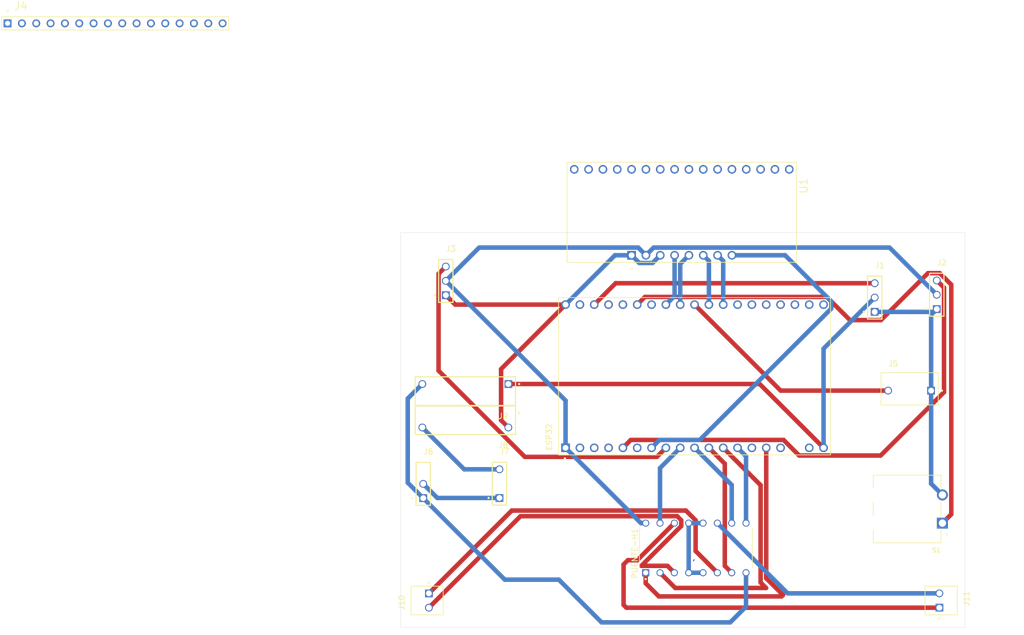
<source format=kicad_pcb>
(kicad_pcb (version 20240108) (generator "pcbnew") (generator_version "8.0")
  (layers (0 "F.Cu" signal) (31 "B.Cu" signal) (34 "B.Paste" user) (35 "F.Paste" user) (36 "B.SilkS" user "B.Silkscreen") (37 "F.SilkS" user "F.Silkscreen") (38 "B.Mask" user) (39 "F.Mask" user) (44 "Edge.Cuts" user))
  (net 0 "")
  (net 1 "GND")
  (net 2 "INA-1")
  (net 3 "3.3V")
  (net 4 "INB-1")
  (net 5 "INA-2")
  (net 6 "INB-2")
  (net 7 "M1-")
  (net 8 "M2-")
  (net 9 "M2+")
  (net 10 "M1+")
  (net 13 "PWM-A")
  (net 21 "S_ESC")
  (net 27 "PWM-B")
  (net 30 "QTRD")
  (net 32 "QTRI")
  (net 34 "5V")
  (net 35 "S3")
  (net 36 "S1")
  (net 37 "MUX-A")
  (net 38 "S2")
  (net 39 "S0")
  (net 40 "A2")
  (net 41 "A15")
  (net 42 "A3")
  (net 43 "A6")
  (net 44 "A11")
  (net 45 "A12")
  (net 46 "A13")
  (net 47 "A10")
  (net 48 "A0")
  (net 49 "A14")
  (net 50 "A9")
  (net 51 "A4")
  (net 52 "A1")
  (net 53 "A8")
  (net 54 "A7")
  (net 55 "A5")
  (net 56 "BUZZER")
  (net 57 "7.4V_BATERIA")
  (net 58 "GND_BATERIA")
  (net 59 "BOTON")
  (footprint "PINES MACHO 1X4:TE_640456-4" (layer "F.Cu") (at 165 67.5)
    (property "Reference" "J5" (at -6.715 -4.815 0) (layer "F.SilkS"))
    (property "Value" "BUZZER")
    (fp_line (start -8.89 2.54) (end -8.89 -3.18) (stroke (width 0.127)) (layer "F.SilkS"))
    (fp_line (start 1.27 -3.18) (end -8.89 -3.18) (stroke (width 0.127)) (layer "F.SilkS"))
    (fp_line (start 1.27 -3.18) (end 1.27 2.54) (stroke (width 0.127)) (layer "F.SilkS"))
    (fp_line (start 1.27 2.54) (end -8.89 2.54) (stroke (width 0.127)) (layer "F.SilkS"))
    (fp_circle (center 1.92 0) (end 2.02 0) (stroke (width 0.2)) (fill none) (layer "F.SilkS"))
    (pad "1" thru_hole rect (at 0 0) (size 1.37 1.37) (drill 1.02) (layers "*.Cu" "*.Mask") (net 1 "GND"))
    (pad "4" thru_hole circle (at -7.62 0) (size 1.37 1.37) (drill 1.02) (layers "*.Cu" "*.Mask") (net 56 "BUZZER"))
  )
  (footprint "puenteh:DIP880W50P254L2000H510Q16" (layer "F.Cu") (at 123.31 95.4 90)
    (property "Reference" "PUENTE-H1" (at -1 -10.812 90) (layer "F.SilkS"))
    (property "Value" "L293D")
    (fp_line (start -3.55 -10) (end 3.55 -10) (stroke (width 0.127)) (layer "F.SilkS"))
    (fp_line (start -3.55 10) (end 3.55 10) (stroke (width 0.127)) (layer "F.SilkS"))
    (fp_circle (center -5.525 -8.89) (end -5.425 -8.89) (stroke (width 0.2)) (fill none) (layer "F.SilkS"))
    (pad "1" thru_hole rect (at -4.4 -8.89 90) (size 1.25 1.25) (drill 0.9) (layers "*.Cu" "*.Mask") (net 13 "PWM-A"))
    (pad "2" thru_hole circle (at -4.4 -6.35 90) (size 1.25 1.25) (drill 0.9) (layers "*.Cu" "*.Mask") (net 2 "INA-1"))
    (pad "3" thru_hole circle (at -4.4 -3.81 90) (size 1.25 1.25) (drill 0.9) (layers "*.Cu" "*.Mask") (net 10 "M1+"))
    (pad "4" thru_hole circle (at -4.4 -1.27 90) (size 1.25 1.25) (drill 0.9) (layers "*.Cu" "*.Mask") (net 1 "GND"))
    (pad "5" thru_hole circle (at -4.4 1.27 90) (size 1.25 1.25) (drill 0.9) (layers "*.Cu" "*.Mask") (net 1 "GND"))
    (pad "6" thru_hole circle (at -4.4 3.81 90) (size 1.25 1.25) (drill 0.9) (layers "*.Cu" "*.Mask") (net 7 "M1-"))
    (pad "7" thru_hole circle (at -4.4 6.35 90) (size 1.25 1.25) (drill 0.9) (layers "*.Cu" "*.Mask") (net 5 "INA-2"))
    (pad "8" thru_hole circle (at -4.4 8.89 90) (size 1.25 1.25) (drill 0.9) (layers "*.Cu" "*.Mask") (net 57 "7.4V_BATERIA"))
    (pad "9" thru_hole circle (at 4.4 8.89 90) (size 1.25 1.25) (drill 0.9) (layers "*.Cu" "*.Mask") (net 27 "PWM-B"))
    (pad "10" thru_hole circle (at 4.4 6.35 90) (size 1.25 1.25) (drill 0.9) (layers "*.Cu" "*.Mask") (net 4 "INB-1"))
    (pad "11" thru_hole circle (at 4.4 3.81 90) (size 1.25 1.25) (drill 0.9) (layers "*.Cu" "*.Mask") (net 9 "M2+"))
    (pad "12" thru_hole circle (at 4.4 1.27 90) (size 1.25 1.25) (drill 0.9) (layers "*.Cu" "*.Mask") (net 1 "GND"))
    (pad "13" thru_hole circle (at 4.4 -1.27 90) (size 1.25 1.25) (drill 0.9) (layers "*.Cu" "*.Mask") (net 1 "GND"))
    (pad "14" thru_hole circle (at 4.4 -3.81 90) (size 1.25 1.25) (drill 0.9) (layers "*.Cu" "*.Mask") (net 8 "M2-"))
    (pad "15" thru_hole circle (at 4.4 -6.35 90) (size 1.25 1.25) (drill 0.9) (layers "*.Cu" "*.Mask") (net 6 "INB-2"))
    (pad "16" thru_hole circle (at 4.4 -8.89 90) (size 1.25 1.25) (drill 0.9) (layers "*.Cu" "*.Mask") (net 3 "3.3V"))
  )
  (footprint "PINES MACHO 1X2:TE_640456-2" (layer "F.Cu") (at 76 103.46 90)
    (property "Reference" "J10" (at -1.635 -4.815 90) (layer "F.SilkS"))
    (property "Value" "Motor1")
    (fp_line (start 1.27 -3.18) (end -3.81 -3.18) (stroke (width 0.127)) (layer "F.SilkS"))
    (fp_line (start 1.27 -3.18) (end 1.27 2.54) (stroke (width 0.127)) (layer "F.SilkS"))
    (fp_line (start 1.27 2.54) (end -3.81 2.54) (stroke (width 0.127)) (layer "F.SilkS"))
    (fp_line (start -3.81 2.54) (end -3.81 -3.18) (stroke (width 0.127)) (layer "F.SilkS"))
    (fp_circle (center 1.92 0) (end 2.02 0) (stroke (width 0.2)) (fill none) (layer "F.SilkS"))
    (pad "1" thru_hole rect (at 0 0 90) (size 1.37 1.37) (drill 1.02) (layers "*.Cu" "*.Mask") (net 7 "M1-"))
    (pad "2" thru_hole circle (at -2.54 0 90) (size 1.37 1.37) (drill 1.02) (layers "*.Cu" "*.Mask") (net 10 "M1+"))
  )
  (footprint "Pines macho 1x3:SAMTEC_TSW-101-07-T-T" (layer "F.Cu") (at 155 51)
    (property "Reference" "J1" (at 0.905 -5.695 0) (layer "F.SilkS"))
    (property "Value" "ESC")
    (fp_line (start -1.27 3.81) (end -1.27 -3.81) (stroke (width 0.2)) (layer "F.SilkS"))
    (fp_line (start 1.27 -3.81) (end -1.27 -3.81) (stroke (width 0.2)) (layer "F.SilkS"))
    (fp_line (start 1.27 -3.81) (end 1.27 3.81) (stroke (width 0.2)) (layer "F.SilkS"))
    (fp_line (start 1.27 3.81) (end -1.27 3.81) (stroke (width 0.2)) (layer "F.SilkS"))
    (fp_circle (center -1.92 2.54) (end -1.82 2.54) (stroke (width 0.2)) (fill none) (layer "F.SilkS"))
    (pad "01" thru_hole rect (at 0 2.54) (size 1.37 1.37) (drill 1.02) (layers "*.Cu" "*.Mask") (net 1 "GND"))
    (pad "02" thru_hole circle (at 0 0) (size 1.37 1.37) (drill 1.02) (layers "*.Cu" "*.Mask") (net 34 "5V"))
    (pad "03" thru_hole circle (at 0 -2.54) (size 1.37 1.37) (drill 1.02) (layers "*.Cu" "*.Mask") (net 21 "S_ESC"))
  )
  (footprint "MUX:MODULE_BOB-09056" (layer "F.Cu") (at 120.81 35.88 -90)
    (property "Reference" "U1" (at -4.695 -21.589 90) (layer "F.SilkS") (effects (font (size 1.4 1.4))))
    (property "Value" "MUX 16X1")
    (fp_line (start -8.89 20.32) (end 8.89 20.32) (stroke (width 0.127)) (layer "F.SilkS"))
    (fp_line (start 8.89 20.32) (end 8.89 -20.32) (stroke (width 0.127)) (layer "F.SilkS"))
    (fp_line (start -8.89 -20.32) (end -8.89 20.32) (stroke (width 0.127)) (layer "F.SilkS"))
    (fp_line (start 8.89 -20.32) (end -8.89 -20.32) (stroke (width 0.127)) (layer "F.SilkS"))
    (fp_circle (center 10 8.89) (end 10.1 8.89) (stroke (width 0.2)) (fill none) (layer "F.SilkS"))
    (pad "JP1-1" thru_hole circle (at -7.62 19.05 270) (size 1.53 1.53) (drill 1.02) (layers "*.Cu" "*.Mask") (net 48 "A0"))
    (pad "JP1-2" thru_hole circle (at -7.62 16.51 270) (size 1.53 1.53) (drill 1.02) (layers "*.Cu" "*.Mask") (net 52 "A1"))
    (pad "JP1-3" thru_hole circle (at -7.62 13.97 270) (size 1.53 1.53) (drill 1.02) (layers "*.Cu" "*.Mask") (net 40 "A2"))
    (pad "JP1-4" thru_hole circle (at -7.62 11.43 270) (size 1.53 1.53) (drill 1.02) (layers "*.Cu" "*.Mask") (net 42 "A3"))
    (pad "JP1-5" thru_hole circle (at -7.62 8.89 270) (size 1.53 1.53) (drill 1.02) (layers "*.Cu" "*.Mask") (net 51 "A4"))
    (pad "JP1-6" thru_hole circle (at -7.62 6.35 270) (size 1.53 1.53) (drill 1.02) (layers "*.Cu" "*.Mask") (net 55 "A5"))
    (pad "JP1-7" thru_hole circle (at -7.62 3.81 270) (size 1.53 1.53) (drill 1.02) (layers "*.Cu" "*.Mask") (net 43 "A6"))
    (pad "JP1-8" thru_hole circle (at -7.62 1.27 270) (size 1.53 1.53) (drill 1.02) (layers "*.Cu" "*.Mask") (net 54 "A7"))
    (pad "JP1-9" thru_hole circle (at -7.62 -1.27 270) (size 1.53 1.53) (drill 1.02) (layers "*.Cu" "*.Mask") (net 53 "A8"))
    (pad "JP1-10" thru_hole circle (at -7.62 -3.81 270) (size 1.53 1.53) (drill 1.02) (layers "*.Cu" "*.Mask") (net 50 "A9"))
    (pad "JP1-11" thru_hole circle (at -7.62 -6.35 270) (size 1.53 1.53) (drill 1.02) (layers "*.Cu" "*.Mask") (net 47 "A10"))
    (pad "JP1-12" thru_hole circle (at -7.62 -8.89 270) (size 1.53 1.53) (drill 1.02) (layers "*.Cu" "*.Mask") (net 44 "A11"))
    (pad "JP1-13" thru_hole circle (at -7.62 -11.43 270) (size 1.53 1.53) (drill 1.02) (layers "*.Cu" "*.Mask") (net 45 "A12"))
    (pad "JP1-14" thru_hole circle (at -7.62 -13.97 270) (size 1.53 1.53) (drill 1.02) (layers "*.Cu" "*.Mask") (net 46 "A13"))
    (pad "JP1-15" thru_hole circle (at -7.62 -16.51 270) (size 1.53 1.53) (drill 1.02) (layers "*.Cu" "*.Mask") (net 49 "A14"))
    (pad "JP1-16" thru_hole circle (at -7.62 -19.05 270) (size 1.53 1.53) (drill 1.02) (layers "*.Cu" "*.Mask") (net 41 "A15"))
    (pad "JP3-1" thru_hole rect (at 7.62 8.89 270) (size 1.53 1.53) (drill 1.02) (layers "*.Cu" "*.Mask") (net 1 "GND"))
    (pad "JP3-2" thru_hole circle (at 7.62 6.35 270) (size 1.53 1.53) (drill 1.02) (layers "*.Cu" "*.Mask") (net 3 "3.3V"))
    (pad "JP3-3" thru_hole circle (at 7.62 3.81 270) (size 1.53 1.53) (drill 1.02) (layers "*.Cu" "*.Mask") (net 1 "GND"))
    (pad "JP3-4" thru_hole circle (at 7.62 1.27 270) (size 1.53 1.53) (drill 1.02) (layers "*.Cu" "*.Mask") (net 39 "S0"))
    (pad "JP3-5" thru_hole circle (at 7.62 -1.27 270) (size 1.53 1.53) (drill 1.02) (layers "*.Cu" "*.Mask") (net 36 "S1"))
    (pad "JP3-6" thru_hole circle (at 7.62 -3.81 270) (size 1.53 1.53) (drill 1.02) (layers "*.Cu" "*.Mask") (net 38 "S2"))
    (pad "JP3-7" thru_hole circle (at 7.62 -6.35 270) (size 1.53 1.53) (drill 1.02) (layers "*.Cu" "*.Mask") (net 35 "S3"))
    (pad "JP3-8" thru_hole circle (at 7.62 -8.89 270) (size 1.53 1.53) (drill 1.02) (layers "*.Cu" "*.Mask") (net 37 "MUX-A"))
  )
  (footprint "PINES MACHO 7X2:SAMTEC_TSW-107-09-G-D-003" (layer "F.Cu") (at 90.08 71.5 180)
    (property "Reference" "J8" (at 0.905 -5.695 0) (layer "F.SilkS"))
    (property "Value" "R_V")
    (fp_line (start 16.51 1.27) (end -1.27 1.27) (stroke (width 0.2)) (layer "F.SilkS"))
    (fp_line (start 16.51 -3.81) (end 16.51 1.27) (stroke (width 0.2)) (layer "F.SilkS"))
    (fp_line (start 16.51 -3.81) (end -1.27 -3.81) (stroke (width 0.2)) (layer "F.SilkS"))
    (fp_line (start -1.27 1.27) (end -1.27 -3.81) (stroke (width 0.2)) (layer "F.SilkS"))
    (fp_circle (center -1.92 0) (end -1.82 0) (stroke (width 0.2)) (fill none) (layer "F.SilkS"))
    (pad "02" thru_hole circle (at 0 -2.54 180) (size 1.37 1.37) (drill 1.02) (layers "*.Cu" "*.Mask") (net 1 "GND"))
    (pad "14" thru_hole circle (at 15.24 -2.54 180) (size 1.37 1.37) (drill 1.02) (layers "*.Cu" "*.Mask") (net 58 "GND_BATERIA"))
  )
  (footprint "Pines macho 1x3:SAMTEC_TSW-101-07-T-T" (layer "F.Cu") (at 88.5 84)
    (property "Reference" "J7" (at 0.905 -5.695 0) (layer "F.SilkS"))
    (property "Value" "BATERIA")
    (fp_line (start -1.27 3.81) (end -1.27 -3.81) (stroke (width 0.2)) (layer "F.SilkS"))
    (fp_line (start 1.27 -3.81) (end -1.27 -3.81) (stroke (width 0.2)) (layer "F.SilkS"))
    (fp_line (start 1.27 -3.81) (end 1.27 3.81) (stroke (width 0.2)) (layer "F.SilkS"))
    (fp_line (start 1.27 3.81) (end -1.27 3.81) (stroke (width 0.2)) (layer "F.SilkS"))
    (fp_circle (center -1.92 2.54) (end -1.82 2.54) (stroke (width 0.2)) (fill none) (layer "F.SilkS"))
    (pad "01" thru_hole rect (at 0 2.54) (size 1.37 1.37) (drill 1.02) (layers "*.Cu" "*.Mask") (net 57 "7.4V_BATERIA"))
    (pad "03" thru_hole circle (at 0 -2.54) (size 1.37 1.37) (drill 1.02) (layers "*.Cu" "*.Mask") (net 58 "GND_BATERIA"))
  )
  (footprint "Pines macho 1x3:SAMTEC_TSW-101-07-T-T" (layer "F.Cu") (at 166 50.5)
    (property "Reference" "J2" (at 0.905 -5.695 0) (layer "F.SilkS"))
    (property "Value" "LATERAL DERECHO")
    (fp_line (start -1.27 3.81) (end -1.27 -3.81) (stroke (width 0.2)) (layer "F.SilkS"))
    (fp_line (start 1.27 -3.81) (end -1.27 -3.81) (stroke (width 0.2)) (layer "F.SilkS"))
    (fp_line (start 1.27 -3.81) (end 1.27 3.81) (stroke (width 0.2)) (layer "F.SilkS"))
    (fp_line (start 1.27 3.81) (end -1.27 3.81) (stroke (width 0.2)) (layer "F.SilkS"))
    (fp_circle (center -1.92 2.54) (end -1.82 2.54) (stroke (width 0.2)) (fill none) (layer "F.SilkS"))
    (pad "01" thru_hole rect (at 0 2.54) (size 1.37 1.37) (drill 1.02) (layers "*.Cu" "*.Mask") (net 1 "GND"))
    (pad "02" thru_hole circle (at 0 0) (size 1.37 1.37) (drill 1.02) (layers "*.Cu" "*.Mask") (net 3 "3.3V"))
    (pad "03" thru_hole circle (at 0 -2.54) (size 1.37 1.37) (drill 1.02) (layers "*.Cu" "*.Mask") (net 30 "QTRD"))
  )
  (footprint "Pines macho 1x3:SAMTEC_TSW-101-07-T-T" (layer "F.Cu") (at 75 84.04)
    (property "Reference" "J6" (at 0.905 -5.695 0) (layer "F.SilkS"))
    (property "Value" "SWITCH")
    (fp_line (start -1.27 3.81) (end -1.27 -3.81) (stroke (width 0.2)) (layer "F.SilkS"))
    (fp_line (start 1.27 -3.81) (end -1.27 -3.81) (stroke (width 0.2)) (layer "F.SilkS"))
    (fp_line (start 1.27 -3.81) (end 1.27 3.81) (stroke (width 0.2)) (layer "F.SilkS"))
    (fp_line (start 1.27 3.81) (end -1.27 3.81) (stroke (width 0.2)) (layer "F.SilkS"))
    (fp_circle (center -1.92 2.54) (end -1.82 2.54) (stroke (width 0.2)) (fill none) (layer "F.SilkS"))
    (pad "01" thru_hole rect (at 0 2.54) (size 1.37 1.37) (drill 1.02) (layers "*.Cu" "*.Mask") (net 57 "7.4V_BATERIA"))
    (pad "02" thru_hole circle (at 0 0) (size 1.37 1.37) (drill 1.02) (layers "*.Cu" "*.Mask") (net 57 "7.4V_BATERIA"))
  )
  (footprint "PINES MACHO 7X2:SAMTEC_TSW-107-09-G-D-003" (layer "F.Cu") (at 90.08 66.33 180)
    (property "Reference" "J9" (at 0.905 -5.695 0) (layer "F.SilkS"))
    (property "Value" "R_V")
    (fp_line (start 16.51 1.27) (end -1.27 1.27) (stroke (width 0.2)) (layer "F.SilkS"))
    (fp_line (start 16.51 -3.81) (end 16.51 1.27) (stroke (width 0.2)) (layer "F.SilkS"))
    (fp_line (start 16.51 -3.81) (end -1.27 -3.81) (stroke (width 0.2)) (layer "F.SilkS"))
    (fp_line (start -1.27 1.27) (end -1.27 -3.81) (stroke (width 0.2)) (layer "F.SilkS"))
    (fp_circle (center -1.92 0) (end -1.82 0) (stroke (width 0.2)) (fill none) (layer "F.SilkS"))
    (pad "01" thru_hole rect (at 0 0 180) (size 1.37 1.37) (drill 1.02) (layers "*.Cu" "*.Mask") (net 34 "5V"))
    (pad "13" thru_hole circle (at 15.24 0 180) (size 1.37 1.37) (drill 1.02) (layers "*.Cu" "*.Mask") (net 57 "7.4V_BATERIA"))
  )
  (footprint "BOTON:SW_VS-1213-67-160GF" (layer "F.Cu") (at 160.75 88.5 180)
    (property "Reference" "S1" (at -5.2062 -7.30401 0) (layer "F.SilkS") (effects (font (size 0.801197 0.801197))))
    (property "Value" "BOTON")
    (fp_line (start 6 6) (end 6 3.8) (stroke (width 0.127)) (layer "F.SilkS"))
    (fp_line (start 6 -1.205) (end 6 1.205) (stroke (width 0.127)) (layer "F.SilkS"))
    (fp_line (start 6 -6) (end 6 -3.795) (stroke (width 0.127)) (layer "F.SilkS"))
    (fp_line (start -6 6) (end 6 6) (stroke (width 0.127)) (layer "F.SilkS"))
    (fp_line (start -6 3.8) (end -6 6) (stroke (width 0.127)) (layer "F.SilkS"))
    (fp_line (start -6 -1.205) (end -6 1.205) (stroke (width 0.127)) (layer "F.SilkS"))
    (fp_line (start -6 -3.795) (end -6 -6) (stroke (width 0.127)) (layer "F.SilkS"))
    (fp_line (start -6 -6) (end 6 -6) (stroke (width 0.127)) (layer "F.SilkS"))
    (fp_circle (center -7 -4.5) (end -6.9 -4.5) (stroke (width 0.2)) (fill none) (layer "F.SilkS"))
    (pad "1" thru_hole rect (at -6.25 -2.5 180) (size 1.95 1.95) (drill 1.3) (layers "*.Cu" "*.Mask") (net 59 "BOTON"))
    (pad "2" thru_hole circle (at -6.25 2.5 180) (size 1.95 1.95) (drill 1.3) (layers "*.Cu" "*.Mask") (net 1 "GND"))
  )
  (footprint "PINES MACHO 1X2:TE_640456-2" (layer "F.Cu") (at 166.46 106 -90)
    (property "Reference" "J11" (at -1.635 -4.815 90) (layer "F.SilkS"))
    (property "Value" "Motor2")
    (fp_line (start -3.81 2.54) (end -3.81 -3.18) (stroke (width 0.127)) (layer "F.SilkS"))
    (fp_line (start 1.27 2.54) (end -3.81 2.54) (stroke (width 0.127)) (layer "F.SilkS"))
    (fp_line (start 1.27 -3.18) (end 1.27 2.54) (stroke (width 0.127)) (layer "F.SilkS"))
    (fp_line (start 1.27 -3.18) (end -3.81 -3.18) (stroke (width 0.127)) (layer "F.SilkS"))
    (fp_circle (center 1.92 0) (end 2.02 0) (stroke (width 0.2)) (fill none) (layer "F.SilkS"))
    (pad "1" thru_hole rect (at 0 0 270) (size 1.37 1.37) (drill 1.02) (layers "*.Cu" "*.Mask") (net 8 "M2-"))
    (pad "2" thru_hole circle (at -2.54 0 270) (size 1.37 1.37) (drill 1.02) (layers "*.Cu" "*.Mask") (net 9 "M2+"))
  )
  (footprint "esp32:MODULE_ESP32-DEVKITC-32U" (layer "F.Cu") (at 123.07 64.95 90)
    (property "Reference" "ESP32" (at -10.795 -25.75 90) (layer "F.SilkS"))
    (property "Value" "ESP32-DEVKITC-32U")
    (fp_line (start 13.95 -24.1) (end -13.95 -24.1) (stroke (width 0.127)) (layer "F.SilkS"))
    (fp_line (start -13.95 -24.1) (end -13.95 24.1) (stroke (width 0.127)) (layer "F.SilkS"))
    (fp_line (start 13.95 24.1) (end 13.95 -24.1) (stroke (width 0.127)) (layer "F.SilkS"))
    (fp_line (start 4.06 24.1) (end 13.95 24.1) (stroke (width 0.127)) (layer "F.SilkS"))
    (fp_line (start -4.07 24.1) (end 4.06 24.1) (stroke (width 0.127)) (layer "F.SilkS"))
    (fp_line (start -13.95 24.1) (end -4.07 24.1) (stroke (width 0.127)) (layer "F.SilkS"))
    (fp_circle (center -14.57 -22.97) (end -14.47 -22.97) (stroke (width 0.2)) (fill none) (layer "F.SilkS"))
    (pad "1" thru_hole rect (at -12.7 -22.85 90) (size 1.53 1.53) (drill 1.02) (layers "*.Cu" "*.Mask") (net 3 "3.3V"))
    (pad "2" thru_hole circle (at -12.7 -20.31 90) (size 1.53 1.53) (drill 1.02) (layers "*.Cu" "*.Mask"))
    (pad "3" thru_hole circle (at -12.7 -17.77 90) (size 1.53 1.53) (drill 1.02) (layers "*.Cu" "*.Mask"))
    (pad "4" thru_hole circle (at -12.7 -15.23 90) (size 1.53 1.53) (drill 1.02) (layers "*.Cu" "*.Mask"))
    (pad "5" thru_hole circle (at -12.7 -12.69 90) (size 1.53 1.53) (drill 1.02) (layers "*.Cu" "*.Mask") (net 30 "QTRD"))
    (pad "6" thru_hole circle (at -12.7 -10.15 90) (size 1.53 1.53) (drill 1.02) (layers "*.Cu" "*.Mask"))
    (pad "7" thru_hole circle (at -12.7 -7.61 90) (size 1.53 1.53) (drill 1.02) (layers "*.Cu" "*.Mask") (net 37 "MUX-A"))
    (pad "8" thru_hole circle (at -12.7 -5.07 90) (size 1.53 1.53) (drill 1.02) (layers "*.Cu" "*.Mask") (net 32 "QTRI"))
    (pad "9" thru_hole circle (at -12.7 -2.53 90) (size 1.53 1.53) (drill 1.02) (layers "*.Cu" "*.Mask") (net 6 "INB-2"))
    (pad "10" thru_hole circle (at -12.7 0.01 90) (size 1.53 1.53) (drill 1.02) (layers "*.Cu" "*.Mask") (net 4 "INB-1"))
    (pad "11" thru_hole circle (at -12.7 2.55 90) (size 1.53 1.53) (drill 1.02) (layers "*.Cu" "*.Mask") (net 5 "INA-2"))
    (pad "12" thru_hole circle (at -12.7 5.09 90) (size 1.53 1.53) (drill 1.02) (layers "*.Cu" "*.Mask") (net 2 "INA-1"))
    (pad "13" thru_hole circle (at -12.7 7.63 90) (size 1.53 1.53) (drill 1.02) (layers "*.Cu" "*.Mask") (net 27 "PWM-B"))
    (pad "14" thru_hole circle (at -12.7 10.17 90) (size 1.53 1.53) (drill 1.02) (layers "*.Cu" "*.Mask"))
    (pad "15" thru_hole circle (at -12.7 12.71 90) (size 1.53 1.53) (drill 1.02) (layers "*.Cu" "*.Mask") (net 13 "PWM-A"))
    (pad "16" thru_hole circle (at -12.7 15.25 90) (size 1.53 1.53) (drill 1.02) (layers "*.Cu" "*.Mask"))
    (pad "18" thru_hole circle (at -12.7 20.33 90) (size 1.53 1.53) (drill 1.02) (layers "*.Cu" "*.Mask"))
    (pad "19" thru_hole circle (at -12.7 22.87 90) (size 1.53 1.53) (drill 1.02) (layers "*.Cu" "*.Mask") (net 34 "5V"))
    (pad "20" thru_hole circle (at 12.7 22.87 90) (size 1.53 1.53) (drill 1.02) (layers "*.Cu" "*.Mask"))
    (pad "21" thru_hole circle (at 12.7 20.33 90) (size 1.53 1.53) (drill 1.02) (layers "*.Cu" "*.Mask"))
    (pad "22" thru_hole circle (at 12.7 17.79 90) (size 1.53 1.53) (drill 1.02) (layers "*.Cu" "*.Mask"))
    (pad "23" thru_hole circle (at 12.7 15.25 90) (size 1.53 1.53) (drill 1.02) (layers "*.Cu" "*.Mask"))
    (pad "24" thru_hole circle (at 12.7 12.71 90) (size 1.53 1.53) (drill 1.02) (layers "*.Cu" "*.Mask"))
    (pad "25" thru_hole circle (at 12.7 10.17 90) (size 1.53 1.53) (drill 1.02) (layers "*.Cu" "*.Mask"))
    (pad "26" thru_hole circle (at 12.7 7.63 90) (size 1.53 1.53) (drill 1.02) (layers "*.Cu" "*.Mask"))
    (pad "27" thru_hole circle (at 12.7 5.09 90) (size 1.53 1.53) (drill 1.02) (layers "*.Cu" "*.Mask") (net 35 "S3"))
    (pad "28" thru_hole circle (at 12.7 2.55 90) (size 1.53 1.53) (drill 1.02) (layers "*.Cu" "*.Mask") (net 38 "S2"))
    (pad "29" thru_hole circle (at 12.7 0.01 90) (size 1.53 1.53) (drill 1.02) (layers "*.Cu" "*.Mask") (net 56 "BUZZER"))
    (pad "30" thru_hole circle (at 12.7 -2.53 90) (size 1.53 1.53) (drill 1.02) (layers "*.Cu" "*.Mask") (net 36 "S1"))
    (pad "31" thru_hole circle (at 12.7 -5.07 90) (size 1.53 1.53) (drill 1.02) (layers "*.Cu" "*.Mask") (net 39 "S0"))
    (pad "32" thru_hole circle (at 12.7 -7.61 90) (size 1.53 1.53) (drill 1.02) (layers "*.Cu" "*.Mask"))
    (pad "33" thru_hole circle (at 12.7 -10.15 90) (size 1.53 1.53) (drill 1.02) (layers "*.Cu" "*.Mask") (net 59 "BOTON"))
    (pad "34" thru_hole circle (at 12.7 -12.69 90) (size 1.53 1.53) (drill 1.02) (layers "*.Cu" "*.Mask"))
    (pad "35" thru_hole circle (at 12.7 -15.23 90) (size 1.53 1.53) (drill 1.02) (layers "*.Cu" "*.Mask"))
    (pad "36" thru_hole circle (at 12.7 -17.77 90) (size 1.53 1.53) (drill 1.02) (layers "*.Cu" "*.Mask") (net 21 "S_ESC"))
    (pad "37" thru_hole circle (at 12.7 -20.31 90) (size 1.53 1.53) (drill 1.02) (layers "*.Cu" "*.Mask"))
    (pad "38" thru_hole circle (at 12.7 -22.85 90) (size 1.53 1.53) (drill 1.02) (layers "*.Cu" "*.Mask") (net 1 "GND"))
  )
  (footprint "Pines macho 1x3:SAMTEC_TSW-101-07-T-T" (layer "F.Cu") (at 79 48.04)
    (property "Reference" "J3" (at 0.905 -5.695 0) (layer "F.SilkS"))
    (property "Value" "LATERAL IZQUIERDO")
    (fp_line (start -1.27 3.81) (end -1.27 -3.81) (stroke (width 0.2)) (layer "F.SilkS"))
    (fp_line (start 1.27 -3.81) (end -1.27 -3.81) (stroke (width 0.2)) (layer "F.SilkS"))
    (fp_line (start 1.27 -3.81) (end 1.27 3.81) (stroke (width 0.2)) (layer "F.SilkS"))
    (fp_line (start 1.27 3.81) (end -1.27 3.81) (stroke (width 0.2)) (layer "F.SilkS"))
    (fp_circle (center -1.92 2.54) (end -1.82 2.54) (stroke (width 0.2)) (fill none) (layer "F.SilkS"))
    (pad "01" thru_hole rect (at 0 2.54) (size 1.37 1.37) (drill 1.02) (layers "*.Cu" "*.Mask") (net 1 "GND"))
    (pad "02" thru_hole circle (at 0 0) (size 1.37 1.37) (drill 1.02) (layers "*.Cu" "*.Mask") (net 3 "3.3V"))
    (pad "03" thru_hole circle (at 0 -2.54) (size 1.37 1.37) (drill 1.02) (layers "*.Cu" "*.Mask") (net 32 "QTRI"))
  )
  (footprint "PINES MACHO 1X16:TE_6-146455-6" (layer "F.Cu") (at 20.395 2.37)
    (property "Reference" "J4" (at -16.675 -3.059 0) (layer "F.SilkS") (effects (font (size 1.4 1.4))))
    (property "Value" "CONECTORES QTR")
    (fp_line (start -20.12 -1.17) (end 20.12 -1.17) (stroke (width 0.127)) (layer "F.SilkS"))
    (fp_line (start -20.12 1.17) (end -20.12 -1.17) (stroke (width 0.127)) (layer "F.SilkS"))
    (fp_line (start 20.12 -1.17) (end 20.12 1.17) (stroke (width 0.127)) (layer "F.SilkS"))
    (fp_line (start 20.12 1.17) (end -20.12 1.17) (stroke (width 0.127)) (layer "F.SilkS"))
    (fp_circle (center -19.05 -2.17) (end -18.95 -2.17) (stroke (width 0.2)) (fill none) (layer "F.SilkS"))
    (pad "1" thru_hole rect (at -19.05 0) (size 1.398 1.398) (drill 0.89) (layers "*.Cu" "*.Mask") (net 48 "A0"))
    (pad "2" thru_hole circle (at -16.51 0) (size 1.398 1.398) (drill 0.89) (layers "*.Cu" "*.Mask") (net 52 "A1"))
    (pad "3" thru_hole circle (at -13.97 0) (size 1.398 1.398) (drill 0.89) (layers "*.Cu" "*.Mask") (net 40 "A2"))
    (pad "4" thru_hole circle (at -11.43 0) (size 1.398 1.398) (drill 0.89) (layers "*.Cu" "*.Mask") (net 42 "A3"))
    (pad "5" thru_hole circle (at -8.89 0) (size 1.398 1.398) (drill 0.89) (layers "*.Cu" "*.Mask") (net 51 "A4"))
    (pad "6" thru_hole circle (at -6.35 0) (size 1.398 1.398) (drill 0.89) (layers "*.Cu" "*.Mask") (net 55 "A5"))
    (pad "7" thru_hole circle (at -3.81 0) (size 1.398 1.398) (drill 0.89) (layers "*.Cu" "*.Mask") (net 43 "A6"))
    (pad "8" thru_hole circle (at -1.27 0) (size 1.398 1.398) (drill 0.89) (layers "*.Cu" "*.Mask") (net 54 "A7"))
    (pad "9" thru_hole circle (at 1.27 0) (size 1.398 1.398) (drill 0.89) (layers "*.Cu" "*.Mask") (net 53 "A8"))
    (pad "10" thru_hole circle (at 3.81 0) (size 1.398 1.398) (drill 0.89) (layers "*.Cu" "*.Mask") (net 50 "A9"))
    (pad "11" thru_hole circle (at 6.35 0) (size 1.398 1.398) (drill 0.89) (layers "*.Cu" "*.Mask") (net 47 "A10"))
    (pad "12" thru_hole circle (at 8.89 0) (size 1.398 1.398) (drill 0.89) (layers "*.Cu" "*.Mask") (net 44 "A11"))
    (pad "13" thru_hole circle (at 11.43 0) (size 1.398 1.398) (drill 0.89) (layers "*.Cu" "*.Mask") (net 45 "A12"))
    (pad "14" thru_hole circle (at 13.97 0) (size 1.398 1.398) (drill 0.89) (layers "*.Cu" "*.Mask") (net 46 "A13"))
    (pad "15" thru_hole circle (at 16.51 0) (size 1.398 1.398) (drill 0.89) (layers "*.Cu" "*.Mask") (net 49 "A14"))
    (pad "16" thru_hole circle (at 19.05 0) (size 1.398 1.398) (drill 0.89) (layers "*.Cu" "*.Mask") (net 41 "A15"))
  )
  (gr_rect (start 71 39.5) (end 171 109.5) (stroke (width 0.05)) (fill none) (layer "Edge.Cuts"))
  (segment (start 88.795 72.755) (end 88.795 63.675) (width 0.8) (layer "F.Cu") (net 1))
  (segment (start 100.22 52.25) (end 80.67 52.25) (width 0.8) (layer "F.Cu") (net 1))
  (segment (start 88.795 63.675) (end 100.22 52.25) (width 0.8) (layer "F.Cu") (net 1))
  (segment (start 80.67 52.25) (end 79 50.58) (width 0.8) (layer "F.Cu") (net 1))
  (segment (start 90.08 74.04) (end 88.795 72.755) (width 0.8) (layer "F.Cu") (net 1))
  (segment (start 165.5 53.54) (end 166 53.04) (width 0.8) (layer "B.Cu") (net 1))
  (segment (start 115.635 44.865) (end 117 43.5) (width 0.8) (layer "B.Cu") (net 1))
  (segment (start 122.04 91) (end 122.04 99.8) (width 0.8) (layer "B.Cu") (net 1))
  (segment (start 122.92 97.58) (end 123 97.5) (width 0.2) (layer "B.Cu") (net 1))
  (segment (start 165 67.5) (end 165 54.04) (width 0.8) (layer "B.Cu") (net 1))
  (segment (start 108.97 43.5) (end 111.92 43.5) (width 0.8) (layer "B.Cu") (net 1))
  (segment (start 122.92 97.7) (end 122.92 97.58) (width 0.2) (layer "B.Cu") (net 1))
  (segment (start 165 54.04) (end 166 53.04) (width 0.8) (layer "B.Cu") (net 1))
  (segment (start 122.04 91) (end 124.58 91) (width 0.8) (layer "B.Cu") (net 1))
  (segment (start 100.22 52.25) (end 108.97 43.5) (width 0.8) (layer "B.Cu") (net 1))
  (segment (start 155 53.54) (end 165.5 53.54) (width 0.8) (layer "B.Cu") (net 1))
  (segment (start 165 84) (end 165 67.5) (width 0.8) (layer "B.Cu") (net 1))
  (segment (start 122.04 99.8) (end 124.58 99.8) (width 0.8) (layer "B.Cu") (net 1))
  (segment (start 113.285 44.865) (end 115.635 44.865) (width 0.8) (layer "B.Cu") (net 1))
  (segment (start 167 86) (end 165 84) (width 0.8) (layer "B.Cu") (net 1))
  (segment (start 111.92 43.5) (end 113.285 44.865) (width 0.8) (layer "B.Cu") (net 1))
  (segment (start 135.75 102.5) (end 134.78 101.53) (width 0.8) (layer "F.Cu") (net 2))
  (segment (start 134.78 84.27) (end 128.16 77.65) (width 0.8) (layer "F.Cu") (net 2))
  (segment (start 116.96 99.8) (end 119.66 102.5) (width 0.8) (layer "F.Cu") (net 2))
  (segment (start 119.66 102.5) (end 135.75 102.5) (width 0.8) (layer "F.Cu") (net 2))
  (segment (start 134.78 101.53) (end 134.78 84.27) (width 0.8) (layer "F.Cu") (net 2))
  (segment (start 113.095 42.135) (end 84.905 42.135) (width 0.8) (layer "B.Cu") (net 3))
  (segment (start 114.42 91) (end 113.57 91) (width 0.8) (layer "B.Cu") (net 3))
  (segment (start 84.905 42.135) (end 79 48.04) (width 0.8) (layer "B.Cu") (net 3))
  (segment (start 100.22 69.26) (end 100.22 77.65) (width 0.8) (layer "B.Cu") (net 3))
  (segment (start 79 48.04) (end 100.22 69.26) (width 0.8) (layer "B.Cu") (net 3))
  (segment (start 166 50.5) (end 157.635 42.135) (width 0.8) (layer "B.Cu") (net 3))
  (segment (start 113.57 91) (end 100.22 77.65) (width 0.8) (layer "B.Cu") (net 3))
  (segment (start 157.635 42.135) (end 115.825 42.135) (width 0.8) (layer "B.Cu") (net 3))
  (segment (start 115.825 42.135) (end 114.46 43.5) (width 0.8) (layer "B.Cu") (net 3))
  (segment (start 114.46 43.5) (end 113.095 42.135) (width 0.8) (layer "B.Cu") (net 3))
  (segment (start 129.66 91) (end 129.66 84.23) (width 0.8) (layer "B.Cu") (net 4))
  (segment (start 129.66 84.23) (end 123.08 77.65) (width 0.8) (layer "B.Cu") (net 4))
  (segment (start 128.435 98.575) (end 128.435 80.465) (width 0.8) (layer "F.Cu") (net 5))
  (segment (start 128.435 80.465) (end 125.62 77.65) (width 0.8) (layer "F.Cu") (net 5))
  (segment (start 129.66 99.8) (end 128.435 98.575) (width 0.8) (layer "F.Cu") (net 5))
  (segment (start 116.96 81.23) (end 120.54 77.65) (width 0.8) (layer "B.Cu") (net 6))
  (segment (start 116.96 91) (end 116.96 81.23) (width 0.8) (layer "B.Cu") (net 6))
  (segment (start 123.265 95.945) (end 127.12 99.8) (width 0.8) (layer "F.Cu") (net 7))
  (segment (start 90.685001 88.774999) (end 121.547411 88.774999) (width 0.8) (layer "F.Cu") (net 7))
  (segment (start 121.547411 88.774999) (end 123.265 90.492588) (width 0.8) (layer "F.Cu") (net 7))
  (segment (start 123.265 90.492588) (end 123.265 95.945) (width 0.8) (layer "F.Cu") (net 7))
  (segment (start 76 103.46) (end 90.685001 88.774999) (width 0.8) (layer "F.Cu") (net 7))
  (segment (start 119.5 91) (end 112.925001 97.574999) (width 0.8) (layer "F.Cu") (net 8))
  (segment (start 112.925001 97.574999) (end 111.260787 97.574999) (width 0.8) (layer "F.Cu") (net 8))
  (segment (start 110.499999 98.335787) (end 110.499999 105.499999) (width 0.8) (layer "F.Cu") (net 8))
  (segment (start 111 106) (end 166.46 106) (width 0.8) (layer "F.Cu") (net 8))
  (segment (start 111.260787 97.574999) (end 110.499999 98.335787) (width 0.8) (layer "F.Cu") (net 8))
  (segment (start 110.499999 105.499999) (end 111 106) (width 0.8) (layer "F.Cu") (net 8))
  (segment (start 139.58 103.46) (end 166.46 103.46) (width 0.8) (layer "B.Cu") (net 9))
  (segment (start 127.12 91) (end 139.58 103.46) (width 0.8) (layer "B.Cu") (net 9))
  (segment (start 113.657412 98.575) (end 120.725 91.507412) (width 0.8) (layer "F.Cu") (net 10))
  (segment (start 119.5 99.8) (end 118.275 98.575) (width 0.8) (layer "F.Cu") (net 10))
  (segment (start 120.007412 89.775) (end 92.225 89.775) (width 0.8) (layer "F.Cu") (net 10))
  (segment (start 120.725 91.507412) (end 120.725 90.492588) (width 0.8) (layer "F.Cu") (net 10))
  (segment (start 118.275 98.575) (end 113.657412 98.575) (width 0.8) (layer "F.Cu") (net 10))
  (segment (start 92.225 89.775) (end 76 106) (width 0.8) (layer "F.Cu") (net 10))
  (segment (start 120.725 90.492588) (end 120.007412 89.775) (width 0.8) (layer "F.Cu") (net 10))
  (segment (start 138.75 103.75) (end 135.78 100.78) (width 0.8) (layer "F.Cu") (net 13))
  (segment (start 114.42 99.8) (end 114.42 101.67) (width 0.8) (layer "F.Cu") (net 13))
  (segment (start 135.78 100.78) (end 135.78 77.65) (width 0.8) (layer "F.Cu") (net 13))
  (segment (start 114.42 101.67) (end 116.75 104) (width 0.8) (layer "F.Cu") (net 13))
  (segment (start 138.5 104) (end 138.75 103.75) (width 0.8) (layer "F.Cu") (net 13))
  (segment (start 116.75 104) (end 138.5 104) (width 0.8) (layer "F.Cu") (net 13))
  (segment (start 155 48.46) (end 109.09 48.46) (width 0.8) (layer "F.Cu") (net 21))
  (segment (start 109.09 48.46) (end 105.3 52.25) (width 0.8) (layer "F.Cu") (net 21))
  (segment (start 132.2 79.15) (end 130.7 77.65) (width 0.8) (layer "B.Cu") (net 27))
  (segment (start 132.2 91) (end 132.2 79.15) (width 0.8) (layer "B.Cu") (net 27))
  (segment (start 156.055 79.015) (end 141.615402 79.015) (width 0.8) (layer "F.Cu") (net 30))
  (segment (start 167.285 67.785) (end 156.055 79.015) (width 0.8) (layer "F.Cu") (net 30))
  (segment (start 166 47.96) (end 167.285 49.245) (width 0.8) (layer "F.Cu") (net 30))
  (segment (start 141.615402 79.015) (end 138.850402 76.25) (width 0.8) (layer "F.Cu") (net 30))
  (segment (start 167.285 49.245) (end 167.285 67.785) (width 0.8) (layer "F.Cu") (net 30))
  (segment (start 111.78 76.25) (end 110.38 77.65) (width 0.8) (layer "F.Cu") (net 30))
  (segment (start 138.850402 76.25) (end 111.78 76.25) (width 0.8) (layer "F.Cu") (net 30))
  (segment (start 93 79.25) (end 116.4 79.25) (width 0.8) (layer "F.Cu") (net 32))
  (segment (start 77.715 46.785) (end 77.715 63.965) (width 0.8) (layer "F.Cu") (net 32))
  (segment (start 77.715 63.965) (end 93 79.25) (width 0.8) (layer "F.Cu") (net 32))
  (segment (start 116.4 79.25) (end 118 77.65) (width 0.8) (layer "F.Cu") (net 32))
  (segment (start 79 45.5) (end 77.715 46.785) (width 0.8) (layer "F.Cu") (net 32))
  (segment (start 134.62 66.33) (end 145.94 77.65) (width 0.8) (layer "F.Cu") (net 34))
  (segment (start 90.08 66.33) (end 134.62 66.33) (width 0.8) (layer "F.Cu") (net 34))
  (segment (start 145.94 60.06) (end 145.94 77.65) (width 0.8) (layer "B.Cu") (net 34))
  (segment (start 155 51) (end 145.94 60.06) (width 0.8) (layer "B.Cu") (net 34))
  (segment (start 128.16 52.25) (end 128.16 44.5) (width 0.8) (layer "B.Cu") (net 35))
  (segment (start 128.16 44.5) (end 127.16 43.5) (width 0.8) (layer "B.Cu") (net 35))
  (segment (start 120.54 45.04) (end 122.08 43.5) (width 0.8) (layer "B.Cu") (net 36))
  (segment (start 120.54 52.25) (end 120.54 45.04) (width 0.8) (layer "B.Cu") (net 36))
  (segment (start 139.120402 43.5) (end 147.305 51.684598) (width 0.8) (layer "B.Cu") (net 37))
  (segment (start 147.305 52.945) (end 124 76.25) (width 0.8) (layer "B.Cu") (net 37))
  (segment (start 147.305 51.684598) (end 147.305 52.945) (width 0.8) (layer "B.Cu") (net 37))
  (segment (start 124 76.25) (end 116.86 76.25) (width 0.8) (layer "B.Cu") (net 37))
  (segment (start 129.7 43.5) (end 139.120402 43.5) (width 0.8) (layer "B.Cu") (net 37))
  (segment (start 116.86 76.25) (end 115.46 77.65) (width 0.8) (layer "B.Cu") (net 37))
  (segment (start 125.62 44.5) (end 124.62 43.5) (width 0.8) (layer "B.Cu") (net 38))
  (segment (start 125.62 52.25) (end 125.62 44.5) (width 0.8) (layer "B.Cu") (net 38))
  (segment (start 119.54 50.71) (end 119.54 43.5) (width 0.8) (layer "B.Cu") (net 39))
  (segment (start 118 52.25) (end 119.54 50.71) (width 0.8) (layer "B.Cu") (net 39))
  (segment (start 157.38 67.5) (end 138.33 67.5) (width 0.8) (layer "F.Cu") (net 56))
  (segment (start 138.33 67.5) (end 123.08 52.25) (width 0.8) (layer "F.Cu") (net 56))
  (segment (start 72.25 83.83) (end 75 86.58) (width 0.8) (layer "B.Cu") (net 57))
  (segment (start 132.2 99.8) (end 132.2 105.8) (width 0.8) (layer "B.Cu") (net 57))
  (segment (start 132.2 105.8) (end 129.4 108.6) (width 0.8) (layer "B.Cu") (net 57))
  (segment (start 72.25 68.92) (end 72.25 83.83) (width 0.8) (layer "B.Cu") (net 57))
  (segment (start 106.6 108.6) (end 99.025 101.025) (width 0.8) (layer "B.Cu") (net 57))
  (segment (start 88.5 86.54) (end 77.5 86.54) (width 0.8) (layer "B.Cu") (net 57))
  (segment (start 89.445 101.025) (end 75 86.58) (width 0.8) (layer "B.Cu") (net 57))
  (segment (start 77.5 86.54) (end 75 84.04) (width 0.8) (layer "B.Cu") (net 57))
  (segment (start 99.025 101.025) (end 89.445 101.025) (width 0.8) (layer "B.Cu") (net 57))
  (segment (start 74.84 66.33) (end 72.25 68.92) (width 0.8) (layer "B.Cu") (net 57))
  (segment (start 129.4 108.6) (end 106.6 108.6) (width 0.8) (layer "B.Cu") (net 57))
  (segment (start 82.26 81.46) (end 74.84 74.04) (width 0.8) (layer "B.Cu") (net 58))
  (segment (start 88.5 81.46) (end 82.26 81.46) (width 0.8) (layer "B.Cu") (net 58))
  (segment (start 168.575 89.425) (end 168.575 48.717735) (width 0.8) (layer "F.Cu") (net 59))
  (segment (start 166.532265 46.675) (end 164.435 46.675) (width 0.8) (layer "F.Cu") (net 59))
  (segment (start 146.505402 50.885) (end 114.285 50.885) (width 0.8) (layer "F.Cu") (net 59))
  (segment (start 156.11 55) (end 150.620402 55) (width 0.8) (layer "F.Cu") (net 59))
  (segment (start 167 91) (end 166.870741 91) (width 0.2) (layer "F.Cu") (net 59))
  (segment (start 164.435 46.675) (end 156.11 55) (width 0.8) (layer "F.Cu") (net 59))
  (segment (start 114.285 50.885) (end 112.92 52.25) (width 0.8) (layer "F.Cu") (net 59))
  (segment (start 167 91) (end 168.575 89.425) (width 0.8) (layer "F.Cu") (net 59))
  (segment (start 168.575 48.717735) (end 166.532265 46.675) (width 0.8) (layer "F.Cu") (net 59))
  (segment (start 150.620402 55) (end 146.505402 50.885) (width 0.8) (layer "F.Cu") (net 59))
)
</source>
